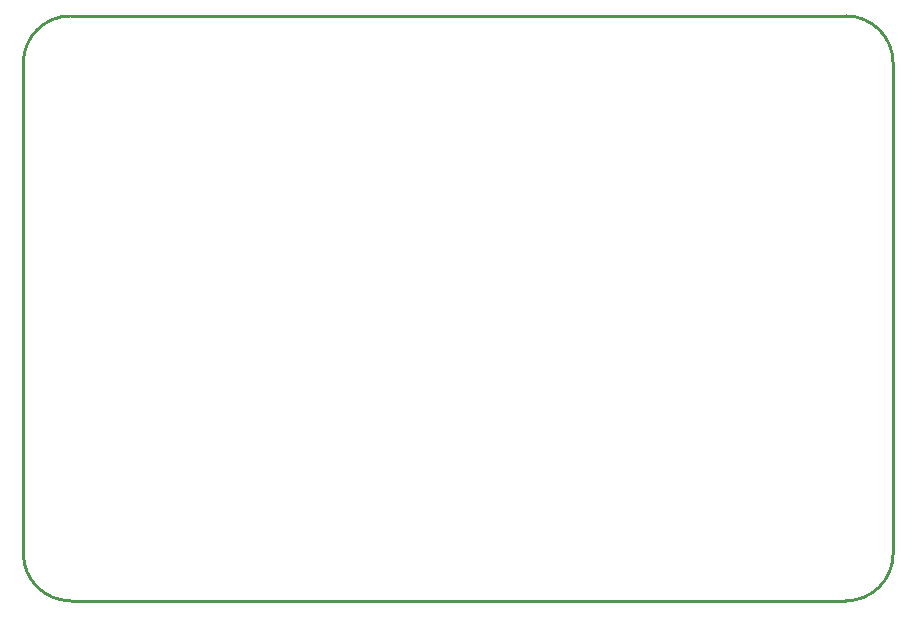
<source format=gko>
G04 Layer: BoardOutlineLayer*
G04 EasyEDA v6.5.39, 2024-02-03 14:28:59*
G04 bcd3f98de95e48d085ed2947a1ad00ac,362fd913e7484c3682bebf37a00ceee6,10*
G04 Gerber Generator version 0.2*
G04 Scale: 100 percent, Rotated: No, Reflected: No *
G04 Dimensions in millimeters *
G04 leading zeros omitted , absolute positions ,4 integer and 5 decimal *
%FSLAX45Y45*%
%MOMM*%

%ADD10C,0.2540*%
D10*
X699998Y1847895D02*
G01*
X699998Y6000087D01*
X7664485Y1447896D02*
G01*
X1099997Y1447896D01*
X8064484Y6000087D02*
G01*
X8064484Y1847895D01*
X1099997Y6400086D02*
G01*
X7664485Y6400086D01*
G75*
G01*
X7664485Y6400087D02*
G02*
X8064484Y6000087I0J-399999D01*
G75*
G01*
X8064484Y1847896D02*
G02*
X7664485Y1447897I-399999J0D01*
G75*
G01*
X1099998Y1447897D02*
G02*
X699999Y1847896I0J399999D01*
G75*
G01*
X699999Y6000087D02*
G02*
X1099998Y6400087I399999J1D01*

%LPD*%
M02*

</source>
